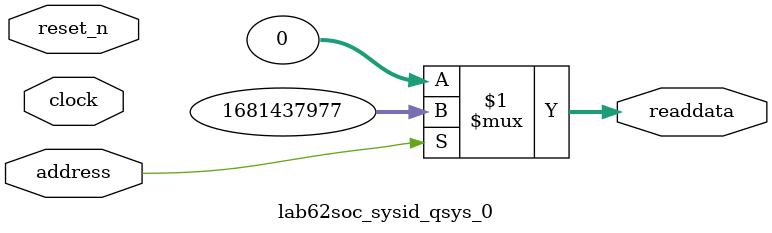
<source format=v>



// synthesis translate_off
`timescale 1ns / 1ps
// synthesis translate_on

// turn off superfluous verilog processor warnings 
// altera message_level Level1 
// altera message_off 10034 10035 10036 10037 10230 10240 10030 

module lab62soc_sysid_qsys_0 (
               // inputs:
                address,
                clock,
                reset_n,

               // outputs:
                readdata
             )
;

  output  [ 31: 0] readdata;
  input            address;
  input            clock;
  input            reset_n;

  wire    [ 31: 0] readdata;
  //control_slave, which is an e_avalon_slave
  assign readdata = address ? 1681437977 : 0;

endmodule



</source>
